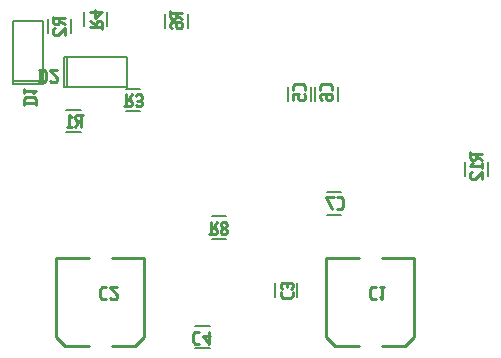
<source format=gbo>
G04 start of page 9 for group -4078 idx -4078 *
G04 Title: (unknown), bottomsilk *
G04 Creator: pcb-gtk 20140316 *
G04 CreationDate: Tue 27 Oct 2015 12:33:52 PM GMT UTC *
G04 For: janik *
G04 Format: Gerber/RS-274X *
G04 PCB-Dimensions (mm): 45.72 38.10 *
G04 PCB-Coordinate-Origin: lower left *
%MOMM*%
%FSLAX43Y43*%
%LNGBO*%
%ADD94C,0.250*%
%ADD93C,0.254*%
%ADD92C,0.203*%
G54D92*X5012Y21143D02*X6212D01*
X5012Y19243D02*X6212D01*
X10068Y21021D02*X11268D01*
X10068Y22921D02*X11268D01*
X13401Y29278D02*Y28078D01*
X15301Y29278D02*Y28078D01*
X4826Y25654D02*Y23114D01*
Y25654D02*X10160D01*
Y23114D01*
X4826D02*X10160D01*
X5080Y25654D02*Y23114D01*
X3495Y28818D02*Y27618D01*
X5395Y28818D02*Y27618D01*
X8443Y29405D02*Y28205D01*
X6543Y29405D02*Y28205D01*
X508Y23368D02*X3048D01*
X508Y28702D02*Y23368D01*
Y28702D02*X3048D01*
Y23368D01*
X508Y23622D02*X3048D01*
X38801Y16729D02*Y15529D01*
X40701Y16729D02*Y15529D01*
X23815Y23103D02*Y21903D01*
X25715Y23103D02*Y21903D01*
X26101D02*Y23103D01*
X28001Y21903D02*Y23103D01*
X27062Y14158D02*X28262D01*
X27062Y12258D02*X28262D01*
G54D93*X34464Y8582D02*X31718D01*
X34464D02*Y1884D01*
X33702Y1122D01*
X31718D01*
X27004Y8582D02*X29750D01*
X27004D02*Y1884D01*
X27766Y1122D01*
X29750D01*
G54D92*X24572Y6466D02*Y5266D01*
X22672Y6466D02*Y5266D01*
X15934Y955D02*X17134D01*
X15934Y2855D02*X17134D01*
X17331Y10226D02*X18531D01*
X17331Y12126D02*X18531D01*
G54D93*X8858Y8569D02*X11604D01*
Y1871D01*
X10842Y1109D01*
X8858D02*X10842D01*
X4144Y8569D02*X6890D01*
X4144D02*Y1871D01*
X4906Y1109D01*
X6890D01*
G54D94*X5904Y20739D02*X6412D01*
X5904D02*X5777Y20612D01*
Y20358D02*Y20612D01*
X5904Y20231D02*X5777Y20358D01*
X5904Y20231D02*X6285D01*
Y19723D02*Y20739D01*
X6082Y20231D02*X5777Y19723D01*
X5472Y20536D02*X5269Y20739D01*
Y19723D02*Y20739D01*
X5091Y19723D02*X5472D01*
X3899Y28510D02*Y29018D01*
Y28510D02*X4026Y28383D01*
X4280D01*
X4407Y28510D02*X4280Y28383D01*
X4407Y28510D02*Y28891D01*
X3899D02*X4915D01*
X4407Y28688D02*X4915Y28383D01*
X4026Y28078D02*X3899Y27951D01*
Y27570D02*Y27951D01*
Y27570D02*X4026Y27443D01*
X4280D01*
X4915Y28078D02*X4280Y27443D01*
X4915D02*Y28078D01*
X9930Y21463D02*X10438D01*
X10565Y21590D01*
Y21844D01*
X10438Y21971D02*X10565Y21844D01*
X10057Y21971D02*X10438D01*
X10057Y21463D02*Y22479D01*
X10260Y21971D02*X10565Y22479D01*
X10870Y21590D02*X10997Y21463D01*
X11251D01*
X11378Y21590D01*
X11251Y22479D02*X11378Y22352D01*
X10997Y22479D02*X11251D01*
X10870Y22352D02*X10997Y22479D01*
Y21920D02*X11251D01*
X11378Y21590D02*Y21793D01*
Y22047D02*Y22352D01*
Y22047D02*X11251Y21920D01*
X11378Y21793D02*X11251Y21920D01*
X8039Y28005D02*Y28513D01*
X7912Y28640D01*
X7658D02*X7912D01*
X7531Y28513D02*X7658Y28640D01*
X7531Y28132D02*Y28513D01*
X7023Y28132D02*X8039D01*
X7531Y28335D02*X7023Y28640D01*
X7404Y28945D02*X8039Y29453D01*
X7404Y28945D02*Y29580D01*
X7023Y29453D02*X8039D01*
X1397Y21717D02*X2413D01*
Y22047D02*X2235Y22225D01*
X1575D02*X2235D01*
X1397Y22047D02*X1575Y22225D01*
X1397Y21590D02*Y22047D01*
X2413Y21590D02*Y22047D01*
X2210Y22530D02*X2413Y22733D01*
X1397D02*X2413D01*
X1397Y22530D02*Y22911D01*
X2794Y23495D02*Y24511D01*
X3124Y23495D02*X3302Y23673D01*
Y24333D01*
X3124Y24511D02*X3302Y24333D01*
X2667Y24511D02*X3124D01*
X2667Y23495D02*X3124D01*
X3607Y23622D02*X3734Y23495D01*
X4115D01*
X4242Y23622D01*
Y23876D01*
X3607Y24511D02*X4242Y23876D01*
X3607Y24511D02*X4242D01*
X13805Y28970D02*Y29478D01*
Y28970D02*X13932Y28843D01*
X14186D01*
X14313Y28970D02*X14186Y28843D01*
X14313Y28970D02*Y29351D01*
X13805D02*X14821D01*
X14313Y29148D02*X14821Y28843D01*
X13805Y28157D02*X13932Y28030D01*
X13805Y28157D02*Y28411D01*
X13932Y28538D02*X13805Y28411D01*
X13932Y28538D02*X14694D01*
X14821Y28411D01*
X14262Y28157D02*X14389Y28030D01*
X14262Y28157D02*Y28538D01*
X14821Y28157D02*Y28411D01*
Y28157D02*X14694Y28030D01*
X14389D02*X14694D01*
X8052Y6109D02*X8382D01*
X7874Y5931D02*X8052Y6109D01*
X7874Y5271D02*Y5931D01*
Y5271D02*X8052Y5093D01*
X8382D01*
X8687Y5220D02*X8814Y5093D01*
X9195D01*
X9322Y5220D01*
Y5474D01*
X8687Y6109D02*X9322Y5474D01*
X8687Y6109D02*X9322D01*
X15912Y2375D02*X16242D01*
X15734Y2197D02*X15912Y2375D01*
X15734Y1537D02*Y2197D01*
Y1537D02*X15912Y1359D01*
X16242D01*
X16547Y1994D02*X17055Y1359D01*
X16547Y1994D02*X17182D01*
X17055Y1359D02*Y2375D01*
X17131Y10630D02*X17639D01*
X17766Y10757D01*
Y11011D01*
X17639Y11138D02*X17766Y11011D01*
X17258Y11138D02*X17639D01*
X17258Y10630D02*Y11646D01*
X17461Y11138D02*X17766Y11646D01*
X18071Y11519D02*X18198Y11646D01*
X18071Y11316D02*Y11519D01*
Y11316D02*X18249Y11138D01*
X18401D01*
X18579Y11316D01*
Y11519D01*
X18452Y11646D02*X18579Y11519D01*
X18198Y11646D02*X18452D01*
X18071Y10960D02*X18249Y11138D01*
X18071Y10757D02*Y10960D01*
Y10757D02*X18198Y10630D01*
X18452D01*
X18579Y10757D01*
Y10960D01*
X18401Y11138D02*X18579Y10960D01*
X23152Y5371D02*Y5701D01*
X23330Y5193D02*X23152Y5371D01*
X23330Y5193D02*X23990D01*
X24168Y5371D01*
Y5701D01*
X24041Y6006D02*X24168Y6133D01*
Y6387D01*
X24041Y6514D01*
X23152Y6387D02*X23279Y6514D01*
X23152Y6133D02*Y6387D01*
X23279Y6006D02*X23152Y6133D01*
X23711D02*Y6387D01*
X23838Y6514D02*X24041D01*
X23279D02*X23584D01*
X23711Y6387D01*
X23838Y6514D02*X23711Y6387D01*
X27954Y12738D02*X28284D01*
X28462Y12916D02*X28284Y12738D01*
X28462Y12916D02*Y13576D01*
X28284Y13754D01*
X27954D02*X28284D01*
X27522Y12738D02*X27014Y13754D01*
X27649D01*
X25235Y22795D02*Y23125D01*
X25057Y23303D02*X25235Y23125D01*
X24397Y23303D02*X25057D01*
X24397D02*X24219Y23125D01*
Y22795D02*Y23125D01*
Y21982D02*Y22490D01*
X24727D01*
X24600Y22363D01*
Y22109D02*Y22363D01*
Y22109D02*X24727Y21982D01*
X25108D01*
X25235Y22109D02*X25108Y21982D01*
X25235Y22109D02*Y22363D01*
X25108Y22490D02*X25235Y22363D01*
X27521Y22795D02*Y23125D01*
X27343Y23303D02*X27521Y23125D01*
X26683Y23303D02*X27343D01*
X26683D02*X26505Y23125D01*
Y22795D02*Y23125D01*
Y22109D02*X26632Y21982D01*
X26505Y22109D02*Y22363D01*
X26632Y22490D02*X26505Y22363D01*
X26632Y22490D02*X27394D01*
X27521Y22363D01*
X26962Y22109D02*X27089Y21982D01*
X26962Y22109D02*Y22490D01*
X27521Y22109D02*Y22363D01*
Y22109D02*X27394Y21982D01*
X27089D02*X27394D01*
X39205Y17032D02*Y17540D01*
Y17032D02*X39332Y16905D01*
X39586D01*
X39713Y17032D02*X39586Y16905D01*
X39713Y17032D02*Y17413D01*
X39205D02*X40221D01*
X39713Y17210D02*X40221Y16905D01*
X39408Y16600D02*X39205Y16397D01*
X40221D01*
Y16219D02*Y16600D01*
X39332Y15914D02*X39205Y15787D01*
Y15406D02*Y15787D01*
Y15406D02*X39332Y15279D01*
X39586D01*
X40221Y15914D02*X39586Y15279D01*
X40221D02*Y15914D01*
X30912Y6122D02*X31242D01*
X30734Y5944D02*X30912Y6122D01*
X30734Y5284D02*Y5944D01*
Y5284D02*X30912Y5106D01*
X31242D01*
X31547Y5309D02*X31750Y5106D01*
Y6122D01*
X31547D02*X31928D01*
M02*

</source>
